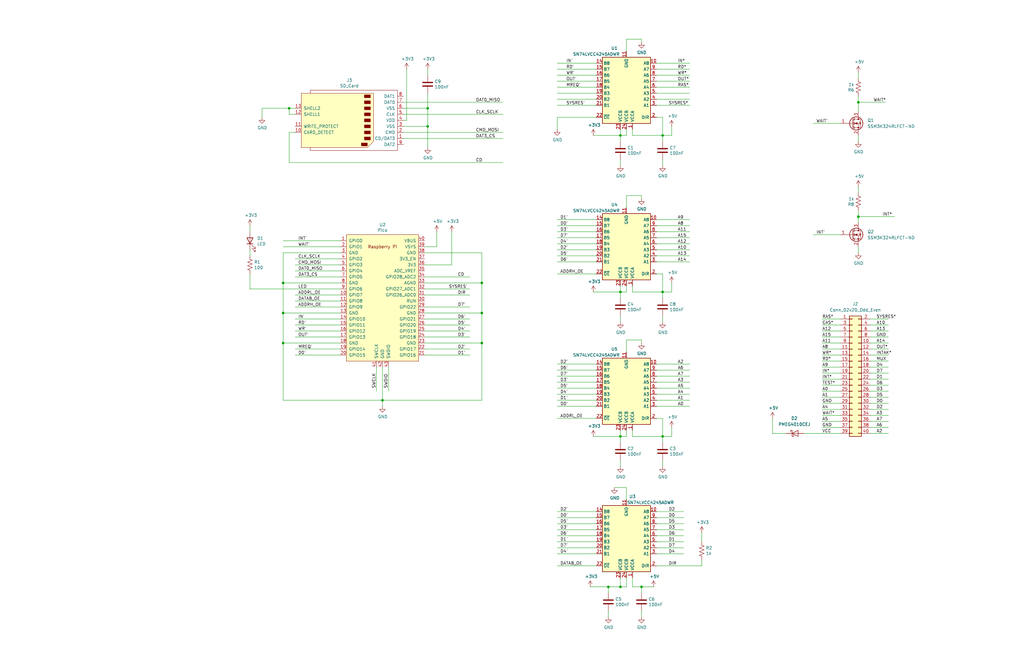
<source format=kicad_sch>
(kicad_sch (version 20250114) (generator "eeschema") (generator_version "9.0")
  (paper "B")
  (lib_symbols
    (symbol "Connector:SD_Card" (pin_names (offset 1.016))
      (property "Reference" "J" (at -16.51 13.97 0))
      (property "Value" "SD_Card" (at 15.24 -13.97 0))
      (symbol "SD_Card_1_1"
        (pin input line (at -22.86 10.16 0) (length 2.54) (name "DAT2") (number "9"))
        (pin input line (at -22.86 7.62 0) (length 2.54) (name "CD/DAT3") (number "1"))
        (pin input line (at -22.86 5.08 0) (length 2.54) (name "CMD") (number "2"))
        (pin power_in line (at -22.86 2.54 0) (length 2.54) (name "VSS") (number "3"))
        (pin power_in line (at -22.86 0 0) (length 2.54) (name "VDD") (number "4"))
        (pin input line (at -22.86 -2.54 0) (length 2.54) (name "CLK") (number "5"))
        (pin power_in line (at -22.86 -5.08 0) (length 2.54) (name "VSS") (number "6"))
        (pin input line (at -22.86 -7.62 0) (length 2.54) (name "DAT0") (number "7"))
        (pin input line (at -22.86 -10.16 0) (length 2.54) (name "DAT1") (number "8"))
        (pin input line (at 22.86 5.08 180) (length 2.54) (name "CARD_DETECT") (number "10"))
        (pin input line (at 22.86 2.54 180) (length 2.54) (name "WRITE_PROTECT") (number "11"))
        (pin input line (at 22.86 -2.54 180) (length 2.54) (name "SHELL1") (number "12"))
        (pin input line (at 22.86 -5.08 180) (length 2.54) (name "SHELL2") (number "13"))
      )
    )
    (symbol "Connector_Generic:Conn_02x20_Odd_Even" (pin_names (offset 1.016) (hide yes))
      (property "Reference" "J" (at 1.27 25.4 0))
      (property "Value" "Conn_02x20_Odd_Even" (at 1.27 -27.94 0))
      (symbol "Conn_02x20_Odd_Even_1_1"
        (pin passive line (at -5.08 22.86 0) (length 3.81) (name "Pin_1") (number "1"))
        (pin passive line (at -5.08 20.32 0) (length 3.81) (name "Pin_3") (number "3"))
        (pin passive line (at -5.08 17.78 0) (length 3.81) (name "Pin_5") (number "5"))
        (pin passive line (at -5.08 15.24 0) (length 3.81) (name "Pin_7") (number "7"))
        (pin passive line (at -5.08 12.7 0) (length 3.81) (name "Pin_9") (number "9"))
        (pin passive line (at -5.08 10.16 0) (length 3.81) (name "Pin_11") (number "11"))
        (pin passive line (at -5.08 7.62 0) (length 3.81) (name "Pin_13") (number "13"))
        (pin passive line (at -5.08 5.08 0) (length 3.81) (name "Pin_15") (number "15"))
        (pin passive line (at -5.08 2.54 0) (length 3.81) (name "Pin_17") (number "17"))
        (pin passive line (at -5.08 0 0) (length 3.81) (name "Pin_19") (number "19"))
        (pin passive line (at -5.08 -2.54 0) (length 3.81) (name "Pin_21") (number "21"))
        (pin passive line (at -5.08 -5.08 0) (length 3.81) (name "Pin_23") (number "23"))
        (pin passive line (at -5.08 -7.62 0) (length 3.81) (name "Pin_25") (number "25"))
        (pin passive line (at -5.08 -10.16 0) (length 3.81) (name "Pin_27") (number "27"))
        (pin passive line (at -5.08 -12.7 0) (length 3.81) (name "Pin_29") (number "29"))
        (pin passive line (at -5.08 -15.24 0) (length 3.81) (name "Pin_31") (number "31"))
        (pin passive line (at -5.08 -17.78 0) (length 3.81) (name "Pin_33") (number "33"))
        (pin passive line (at -5.08 -20.32 0) (length 3.81) (name "Pin_35") (number "35"))
        (pin passive line (at -5.08 -22.86 0) (length 3.81) (name "Pin_37") (number "37"))
        (pin passive line (at -5.08 -25.4 0) (length 3.81) (name "Pin_39") (number "39"))
        (pin passive line (at 7.62 22.86 180) (length 3.81) (name "Pin_2") (number "2"))
        (pin passive line (at 7.62 20.32 180) (length 3.81) (name "Pin_4") (number "4"))
        (pin passive line (at 7.62 17.78 180) (length 3.81) (name "Pin_6") (number "6"))
        (pin passive line (at 7.62 15.24 180) (length 3.81) (name "Pin_8") (number "8"))
        (pin passive line (at 7.62 12.7 180) (length 3.81) (name "Pin_10") (number "10"))
        (pin passive line (at 7.62 10.16 180) (length 3.81) (name "Pin_12") (number "12"))
        (pin passive line (at 7.62 7.62 180) (length 3.81) (name "Pin_14") (number "14"))
        (pin passive line (at 7.62 5.08 180) (length 3.81) (name "Pin_16") (number "16"))
        (pin passive line (at 7.62 2.54 180) (length 3.81) (name "Pin_18") (number "18"))
        (pin passive line (at 7.62 0 180) (length 3.81) (name "Pin_20") (number "20"))
        (pin passive line (at 7.62 -2.54 180) (length 3.81) (name "Pin_22") (number "22"))
        (pin passive line (at 7.62 -5.08 180) (length 3.81) (name "Pin_24") (number "24"))
        (pin passive line (at 7.62 -7.62 180) (length 3.81) (name "Pin_26") (number "26"))
        (pin passive line (at 7.62 -10.16 180) (length 3.81) (name "Pin_28") (number "28"))
        (pin passive line (at 7.62 -12.7 180) (length 3.81) (name "Pin_30") (number "30"))
        (pin passive line (at 7.62 -15.24 180) (length 3.81) (name "Pin_32") (number "32"))
        (pin passive line (at 7.62 -17.78 180) (length 3.81) (name "Pin_34") (number "34"))
        (pin passive line (at 7.62 -20.32 180) (length 3.81) (name "Pin_36") (number "36"))
        (pin passive line (at 7.62 -22.86 180) (length 3.81) (name "Pin_38") (number "38"))
        (pin passive line (at 7.62 -25.4 180) (length 3.81) (name "Pin_40") (number "40"))
      )
    )
    (symbol "Device:C" (pin_numbers (hide yes)) (pin_names (offset 0.254))
      (property "Reference" "C" (at 0.635 2.54 0))
      (property "Value" "C" (at 0.635 -2.54 0))
      (symbol "C_1_1"
        (pin passive line (at 0 3.81 270) (length 2.794) (name "~") (number "1"))
        (pin passive line (at 0 -3.81 90) (length 2.794) (name "~") (number "2"))
      )
    )
    (symbol "Device:LED" (pin_numbers (hide yes)) (pin_names (offset 1.016) (hide yes))
      (property "Reference" "D" (at 0 2.54 0))
      (property "Value" "LED" (at 0 -2.54 0))
      (symbol "LED_1_1"
        (pin passive line (at -3.81 0 0) (length 2.54) (name "K") (number "1"))
        (pin passive line (at 3.81 0 180) (length 2.54) (name "A") (number "2"))
      )
    )
    (symbol "Device:Q_NMOS_GSD" (pin_names (offset 0) (hide yes))
      (property "Reference" "Q" (at 5.08 1.27 0))
      (property "Value" "Q_NMOS_GSD" (at 5.08 -1.27 0))
      (symbol "Q_NMOS_GSD_1_1"
        (pin input line (at -5.08 0 0) (length 2.54) (name "G") (number "1"))
        (pin passive line (at 2.54 5.08 270) (length 2.54) (name "D") (number "3"))
        (pin passive line (at 2.54 -5.08 90) (length 2.54) (name "S") (number "2"))
      )
    )
    (symbol "Device:R_US" (pin_numbers (hide yes)) (pin_names (offset 0))
      (property "Reference" "R" (at 2.54 0 90))
      (property "Value" "R_US" (at -2.54 0 90))
      (symbol "R_US_1_1"
        (pin passive line (at 0 3.81 270) (length 1.27) (name "~") (number "1"))
        (pin passive line (at 0 -3.81 90) (length 1.27) (name "~") (number "2"))
      )
    )
    (symbol "Diode:PMEG4010CEJ" (pin_numbers (hide yes)) (pin_names (hide yes))
      (property "Reference" "D" (at 0 2.54 0))
      (property "Value" "PMEG4010CEJ" (at 0 -2.54 0))
      (symbol "PMEG4010CEJ_1_1"
        (pin passive line (at -3.81 0 0) (length 2.54) (name "K") (number "1"))
        (pin passive line (at 3.81 0 180) (length 2.54) (name "A") (number "2"))
      )
    )
    (symbol "Logic_LevelTranslator:SN74AVC8T245PW"
      (property "Reference" "U" (at -8.89 13.97 0))
      (property "Value" "SN74AVC8T245PW" (at 12.7 13.97 0))
      (symbol "SN74AVC8T245PW_1_1"
        (pin input line (at -12.7 10.16 0) (length 2.54) (name "DIR") (number "2"))
        (pin bidirectional line (at -12.7 5.08 0) (length 2.54) (name "A1") (number "3"))
        (pin bidirectional line (at -12.7 2.54 0) (length 2.54) (name "A2") (number "4"))
        (pin bidirectional line (at -12.7 0 0) (length 2.54) (name "A3") (number "5"))
        (pin bidirectional line (at -12.7 -2.54 0) (length 2.54) (name "A4") (number "6"))
        (pin bidirectional line (at -12.7 -5.08 0) (length 2.54) (name "A5") (number "7"))
        (pin bidirectional line (at -12.7 -7.62 0) (length 2.54) (name "A6") (number "8"))
        (pin bidirectional line (at -12.7 -10.16 0) (length 2.54) (name "A7") (number "9"))
        (pin bidirectional line (at -12.7 -12.7 0) (length 2.54) (name "A8") (number "10"))
        (pin power_in line (at -2.54 15.24 270) (length 2.54) (name "VCCA") (number "1"))
        (pin power_in line (at 0 15.24 270) (length 2.54) (name "VCCB") (number "24"))
        (pin power_in line (at 0 -17.78 90) (length 2.54) (name "GND") (number "11"))
        (pin passive line (at 0 -17.78 90) (length 2.54) (hide yes) (name "GND") (number "12"))
        (pin passive line (at 0 -17.78 90) (length 2.54) (hide yes) (name "GND") (number "13"))
        (pin power_in line (at 2.54 15.24 270) (length 2.54) (name "VCCB") (number "23"))
        (pin input line (at 12.7 10.16 180) (length 2.54) (name "~{OE}") (number "22"))
        (pin bidirectional line (at 12.7 5.08 180) (length 2.54) (name "B1") (number "21"))
        (pin bidirectional line (at 12.7 2.54 180) (length 2.54) (name "B2") (number "20"))
        (pin bidirectional line (at 12.7 0 180) (length 2.54) (name "B3") (number "19"))
        (pin bidirectional line (at 12.7 -2.54 180) (length 2.54) (name "B4") (number "18"))
        (pin bidirectional line (at 12.7 -5.08 180) (length 2.54) (name "B5") (number "17"))
        (pin bidirectional line (at 12.7 -7.62 180) (length 2.54) (name "B6") (number "16"))
        (pin bidirectional line (at 12.7 -10.16 180) (length 2.54) (name "B7") (number "15"))
        (pin bidirectional line (at 12.7 -12.7 180) (length 2.54) (name "B8") (number "14"))
      )
    )
    (symbol "MCU_PI_PICO:Pico" (pin_names (offset 1.016))
      (property "Reference" "U" (at -13.97 27.94 0))
      (property "Value" "Pico" (at 0 19.05 0))
      (symbol "Pico_0_0"
        (text "Raspberry Pi" (at 0 21.59 0) (effects (font (size 1.27 1.27))))
      )
      (symbol "Pico_1_1"
        (pin bidirectional line (at -17.78 24.13 0) (length 2.54) (name "GPIO0") (number "1"))
        (pin bidirectional line (at -17.78 21.59 0) (length 2.54) (name "GPIO1") (number "2"))
        (pin power_in line (at -17.78 19.05 0) (length 2.54) (name "GND") (number "3"))
        (pin bidirectional line (at -17.78 16.51 0) (length 2.54) (name "GPIO2") (number "4"))
        (pin bidirectional line (at -17.78 13.97 0) (length 2.54) (name "GPIO3") (number "5"))
        (pin bidirectional line (at -17.78 11.43 0) (length 2.54) (name "GPIO4") (number "6"))
        (pin bidirectional line (at -17.78 8.89 0) (length 2.54) (name "GPIO5") (number "7"))
        (pin power_in line (at -17.78 6.35 0) (length 2.54) (name "GND") (number "8"))
        (pin bidirectional line (at -17.78 3.81 0) (length 2.54) (name "GPIO6") (number "9"))
        (pin bidirectional line (at -17.78 1.27 0) (length 2.54) (name "GPIO7") (number "10"))
        (pin bidirectional line (at -17.78 -1.27 0) (length 2.54) (name "GPIO8") (number "11"))
        (pin bidirectional line (at -17.78 -3.81 0) (length 2.54) (name "GPIO9") (number "12"))
        (pin power_in line (at -17.78 -6.35 0) (length 2.54) (name "GND") (number "13"))
        (pin bidirectional line (at -17.78 -8.89 0) (length 2.54) (name "GPIO10") (number "14"))
        (pin bidirectional line (at -17.78 -11.43 0) (length 2.54) (name "GPIO11") (number "15"))
        (pin bidirectional line (at -17.78 -13.97 0) (length 2.54) (name "GPIO12") (number "16"))
        (pin bidirectional line (at -17.78 -16.51 0) (length 2.54) (name "GPIO13") (number "17"))
        (pin power_in line (at -17.78 -19.05 0) (length 2.54) (name "GND") (number "18"))
        (pin bidirectional line (at -17.78 -21.59 0) (length 2.54) (name "GPIO14") (number "19"))
        (pin bidirectional line (at -17.78 -24.13 0) (length 2.54) (name "GPIO15") (number "20"))
        (pin input line (at -2.54 -29.21 90) (length 2.54) (name "SWCLK") (number "41"))
        (pin power_in line (at 0 -29.21 90) (length 2.54) (name "GND") (number "42"))
        (pin bidirectional line (at 2.54 -29.21 90) (length 2.54) (name "SWDIO") (number "43"))
        (pin unspecified line (at 17.78 24.13 180) (length 2.54) (name "VBUS") (number "40"))
        (pin unspecified line (at 17.78 21.59 180) (length 2.54) (name "VSYS") (number "39"))
        (pin bidirectional line (at 17.78 19.05 180) (length 2.54) (name "GND") (number "38"))
        (pin input line (at 17.78 16.51 180) (length 2.54) (name "3V3_EN") (number "37"))
        (pin unspecified line (at 17.78 13.97 180) (length 2.54) (name "3V3") (number "36"))
        (pin unspecified line (at 17.78 11.43 180) (length 2.54) (name "ADC_VREF") (number "35"))
        (pin bidirectional line (at 17.78 8.89 180) (length 2.54) (name "GPIO28_ADC2") (number "34"))
        (pin power_in line (at 17.78 6.35 180) (length 2.54) (name "AGND") (number "33"))
        (pin bidirectional line (at 17.78 3.81 180) (length 2.54) (name "GPIO27_ADC1") (number "32"))
        (pin bidirectional line (at 17.78 1.27 180) (length 2.54) (name "GPIO26_ADC0") (number "31"))
        (pin input line (at 17.78 -1.27 180) (length 2.54) (name "RUN") (number "30"))
        (pin bidirectional line (at 17.78 -3.81 180) (length 2.54) (name "GPIO22") (number "29"))
        (pin power_in line (at 17.78 -6.35 180) (length 2.54) (name "GND") (number "28"))
        (pin bidirectional line (at 17.78 -8.89 180) (length 2.54) (name "GPIO21") (number "27"))
        (pin bidirectional line (at 17.78 -11.43 180) (length 2.54) (name "GPIO20") (number "26"))
        (pin bidirectional line (at 17.78 -13.97 180) (length 2.54) (name "GPIO19") (number "25"))
        (pin bidirectional line (at 17.78 -16.51 180) (length 2.54) (name "GPIO18") (number "24"))
        (pin power_in line (at 17.78 -19.05 180) (length 2.54) (name "GND") (number "23"))
        (pin bidirectional line (at 17.78 -21.59 180) (length 2.54) (name "GPIO17") (number "22"))
        (pin bidirectional line (at 17.78 -24.13 180) (length 2.54) (name "GPIO16") (number "21"))
      )
    )
    (symbol "power:+3.3V" (power) (pin_names (offset 0))
      (property "Value" "+3.3V" (at 0 3.556 0))
      (symbol "+3.3V_1_1"
        (pin power_in line (at 0 0 90) (length 0) (hide yes) (name "+3V3") (number "1"))
      )
    )
    (symbol "power:+5V" (power) (pin_names (offset 0))
      (property "Value" "+5V" (at 0 3.556 0))
      (symbol "+5V_1_1"
        (pin power_in line (at 0 0 90) (length 0) (hide yes) (name "+5V") (number "1"))
      )
    )
    (symbol "power:GND" (power) (pin_names (offset 0))
      (property "Value" "GND" (at 0 -3.81 0))
      (symbol "GND_1_1"
        (pin power_in line (at 0 0 270) (length 0) (hide yes) (name "GND") (number "1"))
      )
    )
  )
  (junction (at 261.62 247.65))
  (junction (at 180.34 53.34))
  (junction (at 279.4 184.15))
  (junction (at 279.4 123.19))
  (junction (at 279.4 57.15))
  (junction (at 261.62 123.19))
  (junction (at 261.62 57.15))
  (junction (at 261.62 184.15))
  (junction (at 361.95 91.44))
  (junction (at 203.2 132.08))
  (junction (at 256.54 247.65))
  (junction (at 203.2 119.38))
  (junction (at 361.95 43.18))
  (junction (at 119.38 132.08))
  (junction (at 161.29 168.91))
  (junction (at 119.38 119.38))
  (junction (at 121.92 45.72))
  (junction (at 119.38 144.78))
  (junction (at 180.34 45.72))
  (junction (at 270.51 247.65))
  (junction (at 203.2 144.78))
  (wire (pts (xy 261.62 54.61) (xy 261.62 57.15)))
  (wire (pts (xy 270.51 260.35) (xy 270.51 257.81)))
  (wire (pts (xy 276.86 171.45) (xy 290.83 171.45)))
  (wire (pts (xy 124.46 55.88) (xy 121.92 55.88)))
  (wire (pts (xy 279.4 69.85) (xy 279.4 67.31)))
  (wire (pts (xy 367.03 182.88) (xy 374.65 182.88)))
  (wire (pts (xy 276.86 158.75) (xy 290.83 158.75)))
  (wire (pts (xy 180.34 45.72) (xy 180.34 53.34)))
  (wire (pts (xy 279.4 176.53) (xy 279.4 184.15)))
  (wire (pts (xy 276.86 107.95) (xy 290.83 107.95)))
  (wire (pts (xy 346.71 139.7) (xy 354.33 139.7)))
  (wire (pts (xy 179.07 119.38) (xy 203.2 119.38)))
  (wire (pts (xy 367.03 167.64) (xy 374.65 167.64)))
  (wire (pts (xy 251.46 36.83) (xy 234.95 36.83)))
  (wire (pts (xy 346.71 149.86) (xy 354.33 149.86)))
  (wire (pts (xy 105.41 97.79) (xy 105.41 95.25)))
  (wire (pts (xy 234.95 95.25) (xy 251.46 95.25)))
  (wire (pts (xy 276.86 26.67) (xy 290.83 26.67)))
  (wire (pts (xy 203.2 144.78) (xy 203.2 168.91)))
  (wire (pts (xy 276.86 105.41) (xy 290.83 105.41)))
  (wire (pts (xy 250.19 123.19) (xy 261.62 123.19)))
  (wire (pts (xy 143.51 127) (xy 124.46 127)))
  (wire (pts (xy 143.51 137.16) (xy 124.46 137.16)))
  (wire (pts (xy 361.95 91.44) (xy 377.19 91.44)))
  (wire (pts (xy 234.95 34.29) (xy 251.46 34.29)))
  (wire (pts (xy 276.86 163.83) (xy 290.83 163.83)))
  (wire (pts (xy 276.86 41.91) (xy 290.83 41.91)))
  (wire (pts (xy 279.4 135.89) (xy 279.4 133.35)))
  (wire (pts (xy 361.95 59.69) (xy 361.95 57.15)))
  (wire (pts (xy 119.38 119.38) (xy 143.51 119.38)))
  (wire (pts (xy 234.95 44.45) (xy 251.46 44.45)))
  (wire (pts (xy 367.03 147.32) (xy 374.65 147.32)))
  (wire (pts (xy 288.29 223.52) (xy 276.86 223.52)))
  (wire (pts (xy 361.95 93.98) (xy 361.95 91.44)))
  (wire (pts (xy 105.41 115.57) (xy 105.41 121.92)))
  (wire (pts (xy 179.07 149.86) (xy 198.12 149.86)))
  (wire (pts (xy 295.91 224.79) (xy 295.91 228.6)))
  (wire (pts (xy 256.54 250.19) (xy 256.54 247.65)))
  (wire (pts (xy 179.07 111.76) (xy 190.5 111.76)))
  (wire (pts (xy 276.86 168.91) (xy 290.83 168.91)))
  (wire (pts (xy 270.51 17.78) (xy 270.51 16.51)))
  (wire (pts (xy 234.95 105.41) (xy 251.46 105.41)))
  (wire (pts (xy 251.46 163.83) (xy 234.95 163.83)))
  (wire (pts (xy 143.51 111.76) (xy 124.46 111.76)))
  (wire (pts (xy 346.71 144.78) (xy 354.33 144.78)))
  (wire (pts (xy 251.46 220.98) (xy 234.95 220.98)))
  (wire (pts (xy 163.83 154.94) (xy 163.83 165.1)))
  (wire (pts (xy 276.86 156.21) (xy 290.83 156.21)))
  (wire (pts (xy 264.16 123.19) (xy 264.16 120.65)))
  (wire (pts (xy 367.03 134.62) (xy 374.65 134.62)))
  (wire (pts (xy 346.71 177.8) (xy 354.33 177.8)))
  (wire (pts (xy 161.29 168.91) (xy 203.2 168.91)))
  (wire (pts (xy 180.34 29.21) (xy 180.34 31.75)))
  (wire (pts (xy 203.2 119.38) (xy 203.2 132.08)))
  (wire (pts (xy 367.03 144.78) (xy 374.65 144.78)))
  (wire (pts (xy 179.07 147.32) (xy 198.12 147.32)))
  (wire (pts (xy 180.34 39.37) (xy 180.34 45.72)))
  (wire (pts (xy 250.19 57.15) (xy 261.62 57.15)))
  (wire (pts (xy 279.4 123.19) (xy 283.21 123.19)))
  (wire (pts (xy 346.71 175.26) (xy 354.33 175.26)))
  (wire (pts (xy 179.07 134.62) (xy 198.12 134.62)))
  (wire (pts (xy 234.95 153.67) (xy 251.46 153.67)))
  (wire (pts (xy 119.38 144.78) (xy 119.38 168.91)))
  (wire (pts (xy 346.71 180.34) (xy 354.33 180.34)))
  (wire (pts (xy 119.38 106.68) (xy 119.38 119.38)))
  (wire (pts (xy 276.86 102.87) (xy 290.83 102.87)))
  (wire (pts (xy 367.03 165.1) (xy 374.65 165.1)))
  (wire (pts (xy 346.71 165.1) (xy 354.33 165.1)))
  (wire (pts (xy 158.75 154.94) (xy 158.75 165.1)))
  (wire (pts (xy 179.07 137.16) (xy 198.12 137.16)))
  (wire (pts (xy 276.86 34.29) (xy 290.83 34.29)))
  (wire (pts (xy 143.51 142.24) (xy 124.46 142.24)))
  (wire (pts (xy 264.16 87.63) (xy 264.16 82.55)))
  (wire (pts (xy 270.51 144.78) (xy 270.51 143.51)))
  (wire (pts (xy 190.5 97.79) (xy 190.5 111.76)))
  (wire (pts (xy 276.86 97.79) (xy 290.83 97.79)))
  (wire (pts (xy 261.62 243.84) (xy 261.62 247.65)))
  (wire (pts (xy 367.03 170.18) (xy 374.65 170.18)))
  (wire (pts (xy 161.29 168.91) (xy 161.29 171.45)))
  (wire (pts (xy 180.34 53.34) (xy 170.18 53.34)))
  (wire (pts (xy 251.46 41.91) (xy 234.95 41.91)))
  (wire (pts (xy 179.07 144.78) (xy 203.2 144.78)))
  (wire (pts (xy 266.7 184.15) (xy 279.4 184.15)))
  (wire (pts (xy 346.71 170.18) (xy 354.33 170.18)))
  (wire (pts (xy 288.29 228.6) (xy 276.86 228.6)))
  (wire (pts (xy 143.51 116.84) (xy 124.46 116.84)))
  (wire (pts (xy 346.71 154.94) (xy 354.33 154.94)))
  (wire (pts (xy 264.16 148.59) (xy 264.16 143.51)))
  (wire (pts (xy 119.38 104.14) (xy 143.51 104.14)))
  (wire (pts (xy 266.7 181.61) (xy 266.7 184.15)))
  (wire (pts (xy 361.95 46.99) (xy 361.95 43.18)))
  (wire (pts (xy 124.46 45.72) (xy 121.92 45.72)))
  (wire (pts (xy 361.95 106.68) (xy 361.95 104.14)))
  (wire (pts (xy 270.51 83.82) (xy 270.51 82.55)))
  (wire (pts (xy 279.4 57.15) (xy 283.21 57.15)))
  (wire (pts (xy 276.86 92.71) (xy 290.83 92.71)))
  (wire (pts (xy 105.41 121.92) (xy 143.51 121.92)))
  (wire (pts (xy 251.46 92.71) (xy 234.95 92.71)))
  (wire (pts (xy 346.71 152.4) (xy 354.33 152.4)))
  (wire (pts (xy 339.09 182.88) (xy 354.33 182.88)))
  (wire (pts (xy 121.92 68.58) (xy 212.09 68.58)))
  (wire (pts (xy 266.7 120.65) (xy 266.7 123.19)))
  (wire (pts (xy 367.03 162.56) (xy 374.65 162.56)))
  (wire (pts (xy 143.51 129.54) (xy 124.46 129.54)))
  (wire (pts (xy 367.03 172.72) (xy 374.65 172.72)))
  (wire (pts (xy 143.51 134.62) (xy 124.46 134.62)))
  (wire (pts (xy 276.86 238.76) (xy 295.91 238.76)))
  (wire (pts (xy 346.71 157.48) (xy 354.33 157.48)))
  (wire (pts (xy 276.86 39.37) (xy 290.83 39.37)))
  (wire (pts (xy 170.18 48.26) (xy 212.09 48.26)))
  (wire (pts (xy 367.03 142.24) (xy 374.65 142.24)))
  (wire (pts (xy 234.95 215.9) (xy 251.46 215.9)))
  (wire (pts (xy 184.15 97.79) (xy 184.15 104.14)))
  (wire (pts (xy 259.08 205.74) (xy 264.16 205.74)))
  (wire (pts (xy 367.03 139.7) (xy 374.65 139.7)))
  (wire (pts (xy 179.07 139.7) (xy 198.12 139.7)))
  (wire (pts (xy 270.51 143.51) (xy 264.16 143.51)))
  (wire (pts (xy 276.86 31.75) (xy 290.83 31.75)))
  (wire (pts (xy 251.46 161.29) (xy 234.95 161.29)))
  (wire (pts (xy 266.7 57.15) (xy 279.4 57.15)))
  (wire (pts (xy 346.71 137.16) (xy 354.33 137.16)))
  (wire (pts (xy 121.92 48.26) (xy 121.92 45.72)))
  (wire (pts (xy 346.71 160.02) (xy 354.33 160.02)))
  (wire (pts (xy 276.86 218.44) (xy 288.29 218.44)))
  (wire (pts (xy 342.9 52.07) (xy 354.33 52.07)))
  (wire (pts (xy 361.95 40.64) (xy 361.95 43.18)))
  (wire (pts (xy 331.47 182.88) (xy 325.755 182.88)))
  (wire (pts (xy 276.86 233.68) (xy 288.29 233.68)))
  (wire (pts (xy 270.51 82.55) (xy 264.16 82.55)))
  (wire (pts (xy 361.95 88.9) (xy 361.95 91.44)))
  (wire (pts (xy 119.38 168.91) (xy 161.29 168.91)))
  (wire (pts (xy 119.38 132.08) (xy 143.51 132.08)))
  (wire (pts (xy 251.46 223.52) (xy 234.95 223.52)))
  (wire (pts (xy 256.54 260.35) (xy 256.54 257.81)))
  (wire (pts (xy 361.95 30.48) (xy 361.95 33.02)))
  (wire (pts (xy 203.2 106.68) (xy 203.2 119.38)))
  (wire (pts (xy 161.29 154.94) (xy 161.29 168.91)))
  (wire (pts (xy 143.51 109.22) (xy 124.46 109.22)))
  (wire (pts (xy 367.03 154.94) (xy 374.65 154.94)))
  (wire (pts (xy 248.92 247.65) (xy 256.54 247.65)))
  (wire (pts (xy 276.86 226.06) (xy 288.29 226.06)))
  (wire (pts (xy 270.51 247.65) (xy 275.59 247.65)))
  (wire (pts (xy 367.03 152.4) (xy 374.65 152.4)))
  (wire (pts (xy 121.92 55.88) (xy 121.92 68.58)))
  (wire (pts (xy 270.51 250.19) (xy 270.51 247.65)))
  (wire (pts (xy 270.51 16.51) (xy 264.16 16.51)))
  (wire (pts (xy 121.92 45.72) (xy 110.49 45.72)))
  (wire (pts (xy 234.95 158.75) (xy 251.46 158.75)))
  (wire (pts (xy 234.95 218.44) (xy 251.46 218.44)))
  (wire (pts (xy 276.86 36.83) (xy 290.83 36.83)))
  (wire (pts (xy 170.18 43.18) (xy 212.09 43.18)))
  (wire (pts (xy 261.62 125.73) (xy 261.62 123.19)))
  (wire (pts (xy 234.95 238.76) (xy 251.46 238.76)))
  (wire (pts (xy 234.95 231.14) (xy 251.46 231.14)))
  (wire (pts (xy 264.16 21.59) (xy 264.16 16.51)))
  (wire (pts (xy 283.21 180.34) (xy 283.21 184.15)))
  (wire (pts (xy 276.86 49.53) (xy 279.4 49.53)))
  (wire (pts (xy 283.21 119.38) (xy 283.21 123.19)))
  (wire (pts (xy 234.95 102.87) (xy 251.46 102.87)))
  (wire (pts (xy 279.4 49.53) (xy 279.4 57.15)))
  (wire (pts (xy 234.95 166.37) (xy 251.46 166.37)))
  (wire (pts (xy 264.16 247.65) (xy 264.16 243.84)))
  (wire (pts (xy 119.38 132.08) (xy 119.38 144.78)))
  (wire (pts (xy 266.7 243.84) (xy 266.7 247.65)))
  (wire (pts (xy 264.16 184.15) (xy 264.16 181.61)))
  (wire (pts (xy 251.46 156.21) (xy 234.95 156.21)))
  (wire (pts (xy 119.38 119.38) (xy 119.38 132.08)))
  (wire (pts (xy 234.95 171.45) (xy 251.46 171.45)))
  (wire (pts (xy 261.62 57.15) (xy 264.16 57.15)))
  (wire (pts (xy 234.95 49.53) (xy 251.46 49.53)))
  (wire (pts (xy 261.62 69.85) (xy 261.62 67.31)))
  (wire (pts (xy 276.86 100.33) (xy 290.83 100.33)))
  (wire (pts (xy 283.21 53.34) (xy 283.21 57.15)))
  (wire (pts (xy 361.95 43.18) (xy 373.38 43.18)))
  (wire (pts (xy 261.62 120.65) (xy 261.62 123.19)))
  (wire (pts (xy 346.71 147.32) (xy 354.33 147.32)))
  (wire (pts (xy 251.46 110.49) (xy 234.95 110.49)))
  (wire (pts (xy 143.51 147.32) (xy 124.46 147.32)))
  (wire (pts (xy 179.07 121.92) (xy 198.12 121.92)))
  (wire (pts (xy 251.46 226.06) (xy 234.95 226.06)))
  (wire (pts (xy 251.46 29.21) (xy 234.95 29.21)))
  (wire (pts (xy 179.07 106.68) (xy 203.2 106.68)))
  (wire (pts (xy 250.19 184.15) (xy 261.62 184.15)))
  (wire (pts (xy 261.62 59.69) (xy 261.62 57.15)))
  (wire (pts (xy 179.07 132.08) (xy 203.2 132.08)))
  (wire (pts (xy 170.18 58.42) (xy 212.09 58.42)))
  (wire (pts (xy 276.86 176.53) (xy 279.4 176.53)))
  (wire (pts (xy 261.62 181.61) (xy 261.62 184.15)))
  (wire (pts (xy 346.71 142.24) (xy 354.33 142.24)))
  (wire (pts (xy 143.51 101.6) (xy 119.38 101.6)))
  (wire (pts (xy 346.71 134.62) (xy 354.33 134.62)))
  (wire (pts (xy 251.46 107.95) (xy 234.95 107.95)))
  (wire (pts (xy 346.71 172.72) (xy 354.33 172.72)))
  (wire (pts (xy 288.29 220.98) (xy 276.86 220.98)))
  (wire (pts (xy 251.46 97.79) (xy 234.95 97.79)))
  (wire (pts (xy 234.95 49.53) (xy 234.95 54.61)))
  (wire (pts (xy 367.03 177.8) (xy 374.65 177.8)))
  (wire (pts (xy 367.03 137.16) (xy 374.65 137.16)))
  (wire (pts (xy 234.95 26.67) (xy 251.46 26.67)))
  (wire (pts (xy 346.71 162.56) (xy 354.33 162.56)))
  (wire (pts (xy 276.86 153.67) (xy 290.83 153.67)))
  (wire (pts (xy 143.51 139.7) (xy 124.46 139.7)))
  (wire (pts (xy 295.91 236.22) (xy 295.91 238.76)))
  (wire (pts (xy 234.95 39.37) (xy 251.46 39.37)))
  (wire (pts (xy 251.46 31.75) (xy 234.95 31.75)))
  (wire (pts (xy 179.07 104.14) (xy 184.15 104.14)))
  (wire (pts (xy 234.95 233.68) (xy 251.46 233.68)))
  (wire (pts (xy 342.9 99.06) (xy 354.33 99.06)))
  (wire (pts (xy 276.86 161.29) (xy 290.83 161.29)))
  (wire (pts (xy 234.95 176.53) (xy 251.46 176.53)))
  (wire (pts (xy 276.86 110.49) (xy 290.83 110.49)))
  (wire (pts (xy 367.03 180.34) (xy 374.65 180.34)))
  (wire (pts (xy 179.07 116.84) (xy 198.12 116.84)))
  (wire (pts (xy 288.29 231.14) (xy 276.86 231.14)))
  (wire (pts (xy 170.18 55.88) (xy 212.09 55.88)))
  (wire (pts (xy 261.62 247.65) (xy 264.16 247.65)))
  (wire (pts (xy 367.03 157.48) (xy 374.65 157.48)))
  (wire (pts (xy 361.95 78.74) (xy 361.95 81.28)))
  (wire (pts (xy 119.38 106.68) (xy 143.51 106.68)))
  (wire (pts (xy 170.18 45.72) (xy 180.34 45.72)))
  (wire (pts (xy 279.4 186.69) (xy 279.4 184.15)))
  (wire (pts (xy 234.95 115.57) (xy 251.46 115.57)))
  (wire (pts (xy 143.51 124.46) (xy 124.46 124.46)))
  (wire (pts (xy 261.62 184.15) (xy 264.16 184.15)))
  (wire (pts (xy 180.34 53.34) (xy 180.34 62.23)))
  (wire (pts (xy 105.41 107.95) (xy 105.41 105.41)))
  (wire (pts (xy 367.03 149.86) (xy 374.65 149.86)))
  (wire (pts (xy 266.7 54.61) (xy 266.7 57.15)))
  (wire (pts (xy 276.86 29.21) (xy 290.83 29.21)))
  (wire (pts (xy 124.46 48.26) (xy 121.92 48.26)))
  (wire (pts (xy 279.4 184.15) (xy 283.21 184.15)))
  (wire (pts (xy 261.62 196.85) (xy 261.62 194.31)))
  (wire (pts (xy 276.86 115.57) (xy 279.4 115.57)))
  (wire (pts (xy 279.4 115.57) (xy 279.4 123.19)))
  (wire (pts (xy 266.7 123.19) (xy 279.4 123.19)))
  (wire (pts (xy 110.49 45.72) (xy 110.49 49.53)))
  (wire (pts (xy 203.2 132.08) (xy 203.2 144.78)))
  (wire (pts (xy 367.03 160.02) (xy 374.65 160.02)))
  (wire (pts (xy 143.51 114.3) (xy 124.46 114.3)))
  (wire (pts (xy 251.46 168.91) (xy 234.95 168.91)))
  (wire (pts (xy 170.18 50.8) (xy 171.45 50.8)))
  (wire (pts (xy 171.45 50.8) (xy 171.45 29.21)))
  (wire (pts (xy 276.86 215.9) (xy 288.29 215.9)))
  (wire (pts (xy 276.86 44.45) (xy 290.83 44.45)))
  (wire (pts (xy 261.62 135.89) (xy 261.62 133.35)))
  (wire (pts (xy 264.16 205.74) (xy 264.16 210.82)))
  (wire (pts (xy 261.62 123.19) (xy 264.16 123.19)))
  (wire (pts (xy 276.86 166.37) (xy 290.83 166.37)))
  (wire (pts (xy 251.46 228.6) (xy 234.95 228.6)))
  (wire (pts (xy 256.54 247.65) (xy 261.62 247.65)))
  (wire (pts (xy 325.755 182.88) (xy 325.755 176.53)))
  (wire (pts (xy 234.95 100.33) (xy 251.46 100.33)))
  (wire (pts (xy 266.7 247.65) (xy 270.51 247.65)))
  (wire (pts (xy 179.07 142.24) (xy 198.12 142.24)))
  (wire (pts (xy 124.46 149.86) (xy 143.51 149.86)))
  (wire (pts (xy 119.38 144.78) (xy 143.51 144.78)))
  (wire (pts (xy 367.03 175.26) (xy 374.65 175.26)))
  (wire (pts (xy 198.12 124.46) (xy 179.07 124.46)))
  (wire (pts (xy 264.16 57.15) (xy 264.16 54.61)))
  (wire (pts (xy 279.4 196.85) (xy 279.4 194.31)))
  (wire (pts (xy 279.4 59.69) (xy 279.4 57.15)))
  (wire (pts (xy 261.62 186.69) (xy 261.62 184.15)))
  (wire (pts (xy 179.07 129.54) (xy 198.12 129.54)))
  (wire (pts (xy 346.71 167.64) (xy 354.33 167.64)))
  (wire (pts (xy 279.4 125.73) (xy 279.4 123.19)))
  (wire (pts (xy 276.86 95.25) (xy 290.83 95.25)))
  (label "D6" (at 369.57 162.56 0))
  (label "D5'" (at 193.04 137.16 0))
  (label "D0" (at 369.57 170.18 0))
  (label "A0" (at 285.75 171.45 0))
  (label "WR'" (at 125.73 139.7 0))
  (label "D6'" (at 236.22 156.21 0))
  (label "RAS*" (at 285.75 36.83 0))
  (label "DIR" (at 281.94 238.76 0))
  (label "A7" (at 285.75 158.75 0))
  (label "D6'" (at 193.04 134.62 0))
  (label "D7'" (at 236.22 231.14 0))
  (label "MREQ'" (at 125.73 147.32 0))
  (label "D1'" (at 236.22 228.6 0))
  (label "GND" (at 346.71 180.34 0))
  (label "D2'" (at 193.04 147.32 0))
  (label "GND" (at 369.57 142.24 0))
  (label "D6'" (at 236.22 110.49 0))
  (label "D5'" (at 236.22 220.98 0))
  (label "D6'" (at 236.22 226.06 0))
  (label "D7'" (at 236.22 100.33 0))
  (label "VCC" (at 346.71 182.88 0))
  (label "D1" (at 281.94 228.6 0))
  (label "D5'" (at 236.22 107.95 0))
  (label "D7" (at 281.94 231.14 0))
  (label "CLK_SCLK" (at 125.73 109.22 0))
  (label "D6" (at 281.94 226.06 0))
  (label "RD*" (at 346.71 152.4 0))
  (label "A6" (at 285.75 156.21 0))
  (label "A14" (at 285.75 110.49 0))
  (label "D4'" (at 236.22 166.37 0))
  (label "A2" (at 369.57 182.88 0))
  (label "D5'" (at 236.22 163.83 0))
  (label "INT*" (at 372.11 91.44 0))
  (label "ADDRL_OE" (at 236.22 176.53 0))
  (label "D4'" (at 236.22 233.68 0))
  (label "WAIT*" (at 368.3 43.18 0))
  (label "D1" (at 369.57 160.02 0))
  (label "D4" (at 281.94 233.68 0))
  (label "D2'" (at 236.22 153.67 0))
  (label "A15" (at 285.75 100.33 0))
  (label "OUT*" (at 285.75 34.29 0))
  (label "ADDRH_OE" (at 125.73 129.54 0))
  (label "CMD_MOSI" (at 125.73 111.76 0))
  (label "DAT0_MISO" (at 125.73 114.3 0))
  (label "A15" (at 346.71 142.24 0))
  (label "A11" (at 346.71 144.78 0))
  (label "A6" (at 369.57 180.34 0))
  (label "D7" (at 369.57 157.48 0))
  (label "DATAB_OE" (at 125.73 127 0))
  (label "CLK_SCLK" (at 200.66 48.26 0))
  (label "A14" (at 369.57 144.78 0))
  (label "A11" (at 285.75 97.79 0))
  (label "INT'" (at 125.73 101.6 0))
  (label "CMD_MOSI" (at 200.66 55.88 0))
  (label "D7'" (at 193.04 129.54 0))
  (label "WAIT'" (at 125.73 104.14 0))
  (label "D3" (at 281.94 223.52 0))
  (label "A13" (at 369.57 139.7 0))
  (label "A9" (at 285.75 92.71 0))
  (label "A5" (at 285.75 163.83 0))
  (label "D3'" (at 236.22 97.79 0))
  (label "D2" (at 281.94 215.9 0))
  (label "MREQ'" (at 238.76 36.83 0))
  (label "WR'" (at 238.76 31.75 0))
  (label "D2'" (at 236.22 105.41 0))
  (label "A12" (at 346.71 139.7 0))
  (label "D3'" (at 193.04 142.24 0))
  (label "A10" (at 369.57 137.16 0))
  (label "A5" (at 346.71 177.8 0))
  (label "MUX" (at 369.57 152.4 0))
  (label "D2'" (at 236.22 215.9 0))
  (label "LED" (at 125.73 121.92 0))
  (label "A7" (at 369.57 177.8 0))
  (label "D4'" (at 193.04 139.7 0))
  (label "OUT'" (at 125.73 142.24 0))
  (label "INT'" (at 344.17 99.06 0))
  (label "A4" (at 285.75 166.37 0))
  (label "D5" (at 369.57 167.64 0))
  (label "IN'" (at 125.73 134.62 0))
  (label "D1'" (at 236.22 168.91 0))
  (label "DIR" (at 193.04 124.46 0))
  (label "WAIT*" (at 346.71 175.26 0))
  (label "SYSRES*" (at 369.57 134.62 0))
  (label "CD" (at 193.04 116.84 0))
  (label "CD" (at 200.66 68.58 0))
  (label "INT*" (at 346.71 160.02 0))
  (label "A3" (at 369.57 175.26 0))
  (label "RD'" (at 125.73 137.16 0))
  (label "WR*" (at 285.75 31.75 0))
  (label "GND" (at 346.71 170.18 0))
  (label "A9" (at 346.71 154.94 0))
  (label "D1'" (at 193.04 149.86 0))
  (label "A3" (at 285.75 161.29 0))
  (label "D0'" (at 236.22 171.45 0))
  (label "D0" (at 281.94 218.44 0))
  (label "IN'" (at 238.76 26.67 0))
  (label "OUT'" (at 238.76 34.29 0))
  (label "D2" (at 369.57 172.72 0))
  (label "D4'" (at 236.22 102.87 0))
  (label "OUT*" (at 369.57 147.32 0))
  (label "D3" (at 369.57 165.1 0))
  (label "D0'" (at 236.22 218.44 0))
  (label "DAT3_CS" (at 200.66 58.42 0))
  (label "WR*" (at 346.71 149.86 0))
  (label "A13" (at 285.75 107.95 0))
  (label "D5" (at 281.94 220.98 0))
  (label "DAT3_CS" (at 125.73 116.84 0))
  (label "CAS*" (at 346.71 137.16 0))
  (label "A1" (at 285.75 168.91 0))
  (label "RD*" (at 285.75 29.21 0))
  (label "A4" (at 346.71 172.72 0))
  (label "SYSRES'" (at 189.23 121.92 0))
  (label "A8" (at 346.71 147.32 0))
  (label "SYSRES*" (at 281.94 44.45 0))
  (label "IN*" (at 285.75 26.67 0))
  (label "A0" (at 346.71 165.1 0))
  (label "SWCLK" (at 158.75 163.83 90))
  (label "D0'" (at 125.73 149.86 0))
  (label "ADDRH_OE" (at 236.22 115.57 0))
  (label "SYSRES'" (at 238.76 44.45 0))
  (label "D1'" (at 236.22 92.71 0))
  (label "D4" (at 369.57 154.94 0))
  (label "A12" (at 285.75 102.87 0))
  (label "D7'" (at 236.22 158.75 0))
  (label "D3'" (at 236.22 223.52 0))
  (label "A1" (at 346.71 167.64 0))
  (label "D0'" (at 236.22 95.25 0))
  (label "RD'" (at 238.76 29.21 0))
  (label "A10" (at 285.75 105.41 0))
  (label "DAT0_MISO" (at 200.66 43.18 0))
  (label "A8" (at 285.75 95.25 0))
  (label "TEST*" (at 346.71 162.56 0))
  (label "RAS*" (at 346.71 134.62 0))
  (label "A2" (at 285.75 153.67 0))
  (label "WAIT'" (at 344.17 52.07 0))
  (label "D3'" (at 236.22 161.29 0))
  (label "DATAB_OE" (at 236.22 238.76 0))
  (label "SWDIO" (at 163.83 163.83 90))
  (label "INTAK*" (at 369.57 149.86 0))
  (label "ADDRL_OE" (at 125.73 124.46 0))
  (label "IN*" (at 346.71 157.48 0))
  (symbol (lib_id "power:GND") (at 361.95 106.68 0) (unit 1)
    (property "Reference" "#PWR0123" (effects (hide yes)))
    (property "Value" "GND" (at 362.077 111.0742 0))
  )
  (symbol (lib_id "power:+3.3V") (at 248.92 247.65 0) (unit 1)
    (property "Reference" "#PWR0129" (effects (hide yes)))
    (property "Value" "+3V3" (at 249.301 243.2558 0))
  )
  (symbol (lib_id "power:+3.3V") (at 250.19 184.15 0) (unit 1)
    (property "Reference" "#PWR0130" (effects (hide yes)))
    (property "Value" "+3V3" (at 250.571 179.7558 0))
  )
  (symbol (lib_id "power:+3.3V") (at 171.45 29.21 0) (unit 1)
    (property "Reference" "#PWR0137" (effects (hide yes)))
    (property "Value" "+3V3" (at 171.831 24.8158 0))
  )
  (symbol (lib_id "Logic_LevelTranslator:SN74AVC8T245PW") (at 264.16 228.6 180) (unit 1)
    (property "Reference" "U3" (at 266.7 209.55 0))
    (property "Value" "SN74LVCC4245ADWR" (at 274.32 212.09 0))
    (property "Footprint" "Package_SO:SOIC-24W_7.5x15.4mm_P1.27mm" (effects (hide yes)))
    (property "Datasheet" "https://www.ti.com/lit/ds/symlink/sn74avc8t245.pdf" (effects (hide yes)))
    (property "Digikey" "296-26634-1-ND" (effects (hide yes)))
    (property "Cost" "1.83" (effects (hide yes)))
  )
  (symbol (lib_id "Connector:SD_Card") (at 147.32 50.8 180) (unit 1)
    (property "Reference" "J3" (at 147.32 33.909 0))
    (property "Value" "SD_Card" (at 147.32 36.2204 0))
    (property "Footprint" "Connector_Card:SD_Kyocera_145638009511859+" (effects (hide yes)))
    (property "Datasheet" "https://global.kyocera.com/prdct/electro/product/pdf/5638.pdf" (effects (hide yes)))
    (property "Manufacturer" "10067847-001RLF" (effects (hide yes)))
    (property "Digikey" "609-3956-1-ND" (effects (hide yes)))
    (property "Cost" "2.13" (effects (hide yes)))
  )
  (symbol (lib_id "power:GND") (at 180.34 62.23 0) (unit 1)
    (property "Reference" "#PWR0115" (effects (hide yes)))
    (property "Value" "GND" (at 180.467 66.6242 0))
  )
  (symbol (lib_id "power:GND") (at 259.08 205.74 0) (unit 1)
    (property "Reference" "#PWR0120" (effects (hide yes)))
    (property "Value" "GND" (at 259.207 210.1342 0))
  )
  (symbol (lib_id "Logic_LevelTranslator:SN74AVC8T245PW") (at 264.16 166.37 180) (unit 1)
    (property "Reference" "U5" (at 259.08 147.32 0))
    (property "Value" "SN74LVCC4245ADWR" (at 251.46 149.86 0))
    (property "Footprint" "Package_SO:SOIC-24W_7.5x15.4mm_P1.27mm" (effects (hide yes)))
    (property "Datasheet" "https://www.ti.com/lit/ds/symlink/sn74avc8t245.pdf" (effects (hide yes)))
    (property "Digikey" "296-26634-1-ND" (effects (hide yes)))
    (property "Cost" "1.83" (effects (hide yes)))
  )
  (symbol (lib_id "power:GND") (at 110.49 49.53 0) (unit 1)
    (property "Reference" "#PWR0121" (effects (hide yes)))
    (property "Value" "GND" (at 110.617 53.9242 0))
  )
  (symbol (lib_id "power:GND") (at 270.51 144.78 0) (unit 1)
    (property "Reference" "#PWR0117" (effects (hide yes)))
    (property "Value" "GND" (at 270.637 149.1742 0))
  )
  (symbol (lib_id "power:GND") (at 361.95 59.69 0) (unit 1)
    (property "Reference" "#PWR0131" (effects (hide yes)))
    (property "Value" "GND" (at 362.077 64.0842 0))
  )
  (symbol (lib_id "Device:C") (at 261.62 190.5 0) (unit 1)
    (property "Reference" "C2" (at 264.541 189.3316 0) (effects (justify left)))
    (property "Value" "100nF" (at 264.541 191.643 0) (effects (justify left)))
    (property "Footprint" "Capacitor_SMD:C_0805_2012Metric_Pad1.18x1.45mm_HandSolder" (effects (hide yes)))
    (property "Digikey" "732-8080-1-ND" (effects (hide yes)))
    (property "Cost" "0.10" (effects (hide yes)))
  )
  (symbol (lib_id "Device:C") (at 279.4 190.5 0) (unit 1)
    (property "Reference" "C3" (at 282.321 189.3316 0) (effects (justify left)))
    (property "Value" "100nF" (at 282.321 191.643 0) (effects (justify left)))
    (property "Footprint" "Capacitor_SMD:C_0805_2012Metric_Pad1.18x1.45mm_HandSolder" (effects (hide yes)))
    (property "Digikey" "732-8080-1-ND" (effects (hide yes)))
    (property "Cost" "0.10" (effects (hide yes)))
  )
  (symbol (lib_id "power:GND") (at 261.62 196.85 0) (unit 1)
    (property "Reference" "#PWR0140" (effects (hide yes)))
    (property "Value" "GND" (at 261.747 201.2442 0))
  )
  (symbol (lib_id "power:GND") (at 279.4 196.85 0) (unit 1)
    (property "Reference" "#PWR0141" (effects (hide yes)))
    (property "Value" "GND" (at 279.527 201.2442 0))
  )
  (symbol (lib_id "Device:C") (at 256.54 254 0) (unit 1)
    (property "Reference" "C5" (at 259.461 252.8316 0) (effects (justify left)))
    (property "Value" "100nF" (at 259.461 255.143 0) (effects (justify left)))
    (property "Footprint" "Capacitor_SMD:C_0805_2012Metric_Pad1.18x1.45mm_HandSolder" (effects (hide yes)))
    (property "Digikey" "732-8080-1-ND" (effects (hide yes)))
    (property "Cost" "0.10" (effects (hide yes)))
  )
  (symbol (lib_id "Device:C") (at 270.51 254 0) (unit 1)
    (property "Reference" "C6" (at 273.431 252.8316 0) (effects (justify left)))
    (property "Value" "100nF" (at 273.431 255.143 0) (effects (justify left)))
    (property "Footprint" "Capacitor_SMD:C_0805_2012Metric_Pad1.18x1.45mm_HandSolder" (effects (hide yes)))
    (property "Digikey" "732-8080-1-ND" (effects (hide yes)))
    (property "Cost" "0.10" (effects (hide yes)))
  )
  (symbol (lib_id "power:GND") (at 256.54 260.35 0) (unit 1)
    (property "Reference" "#PWR0142" (effects (hide yes)))
    (property "Value" "GND" (at 256.667 264.7442 0))
  )
  (symbol (lib_id "power:GND") (at 270.51 260.35 0) (unit 1)
    (property "Reference" "#PWR0143" (effects (hide yes)))
    (property "Value" "GND" (at 270.637 264.7442 0))
  )
  (symbol (lib_id "MCU_PI_PICO:Pico") (at 161.29 125.73 0) (unit 1)
    (property "Reference" "U2" (at 161.29 94.869 0))
    (property "Value" "Pico" (at 161.29 97.1804 0))
    (property "Footprint" "MCU_RaspberryPi_and_Boards:RPi_Pico_SMD_TH" (effects (hide yes)))
    (property "Digikey" "2648-SC0915CT-ND" (effects (hide yes)))
    (property "Cost" "4.00" (effects (hide yes)))
  )
  (symbol (lib_id "power:+3.3V") (at 190.5 97.79 0) (unit 1)
    (property "Reference" "#PWR0102" (effects (hide yes)))
    (property "Value" "+3V3" (at 190.881 93.3958 0))
  )
  (symbol (lib_id "power:+5V") (at 184.15 97.79 0) (unit 1)
    (property "Reference" "#PWR0103" (effects (hide yes)))
    (property "Value" "+5V" (at 184.531 93.3958 0))
  )
  (symbol (lib_id "power:+5V") (at 283.21 180.34 0) (unit 1)
    (property "Reference" "#PWR0105" (effects (hide yes)))
    (property "Value" "+5V" (at 283.591 175.9458 0))
  )
  (symbol (lib_id "power:+5V") (at 275.59 247.65 0) (unit 1)
    (property "Reference" "#PWR0106" (effects (hide yes)))
    (property "Value" "+5V" (at 275.971 243.2558 0))
  )
  (symbol (lib_id "power:GND") (at 161.29 171.45 0) (unit 1)
    (property "Reference" "#PWR0101" (effects (hide yes)))
    (property "Value" "GND" (at 161.417 175.8442 0))
  )
  (symbol (lib_id "Device:R_US") (at 105.41 111.76 0) (unit 1)
    (property "Reference" "R1" (at 107.1372 110.5916 0) (effects (justify left)))
    (property "Value" "100" (at 107.1372 112.903 0) (effects (justify left)))
    (property "Footprint" "Resistor_SMD:R_0805_2012Metric_Pad1.20x1.40mm_HandSolder" (effects (hide yes)))
    (property "Digikey" "RMCF0805FT100RCT-ND" (effects (hide yes)))
    (property "Cost" "0.1" (effects (hide yes)))
  )
  (symbol (lib_id "Device:LED") (at 105.41 101.6 90) (unit 1)
    (property "Reference" "D1" (at 108.4072 100.6094 90) (effects (justify right)))
    (property "Value" "LED" (at 108.4072 102.9208 90) (effects (justify right)))
    (property "Footprint" "LED_SMD:LED_2816_7142Metric_Pad3.20x4.45mm_HandSolder" (effects (hide yes)))
    (property "Digikey" "754-1519-1-ND" (effects (hide yes)))
    (property "Cost" "0.70" (effects (hide yes)))
  )
  (symbol (lib_id "power:+3.3V") (at 105.41 95.25 0) (unit 1)
    (property "Reference" "#PWR0107" (effects (hide yes)))
    (property "Value" "+3V3" (at 105.791 90.8558 0))
  )
  (symbol (lib_id "Device:C") (at 279.4 63.5 0) (unit 1)
    (property "Reference" "C7" (at 282.321 62.3316 0) (effects (justify left)))
    (property "Value" "100nF" (at 282.321 64.643 0) (effects (justify left)))
    (property "Footprint" "Capacitor_SMD:C_0805_2012Metric_Pad1.18x1.45mm_HandSolder" (effects (hide yes)))
    (property "Digikey" "732-8080-1-ND" (effects (hide yes)))
    (property "Cost" "0.10" (effects (hide yes)))
  )
  (symbol (lib_id "Diode:PMEG4010CEJ") (at 335.28 182.88 0) (unit 1)
    (property "Reference" "D2" (at 334.9625 176.53 0))
    (property "Value" "PMEG4010CEJ" (at 334.9625 179.07 0))
    (property "Footprint" "Diode_SMD:D_SOD-323F" (effects (hide yes)))
    (property "Datasheet" "https://assets.nexperia.com/documents/data-sheet/PMEG4010CEH_PMEG4010CEJ.pdf" (effects (hide yes)))
    (property "Cost" ".28" (effects (hide yes)))
  )
  (symbol (lib_id "Device:R_US") (at 295.91 232.41 0) (unit 1)
    (property "Reference" "R2" (at 297.6372 231.2416 0) (effects (justify left)))
    (property "Value" "1k" (at 297.6372 233.553 0) (effects (justify left)))
    (property "Footprint" "Resistor_SMD:R_0805_2012Metric_Pad1.20x1.40mm_HandSolder" (effects (hide yes)))
    (property "Digikey" "A106056CT-ND" (effects (hide yes)))
    (property "Cost" "0.1" (effects (hide yes)))
  )
  (symbol (lib_id "Device:C") (at 261.62 129.54 0) (unit 1)
    (property "Reference" "C4" (at 264.541 128.3716 0) (effects (justify left)))
    (property "Value" "100nF" (at 264.541 130.683 0) (effects (justify left)))
    (property "Footprint" "Capacitor_SMD:C_0805_2012Metric_Pad1.18x1.45mm_HandSolder" (effects (hide yes)))
    (property "Digikey" "732-8080-1-ND" (effects (hide yes)))
    (property "Cost" "0.10" (effects (hide yes)))
  )
  (symbol (lib_id "Device:C") (at 261.62 63.5 0) (unit 1)
    (property "Reference" "C1" (at 264.541 62.3316 0) (effects (justify left)))
    (property "Value" "100nF" (at 264.541 64.643 0) (effects (justify left)))
    (property "Footprint" "Capacitor_SMD:C_0805_2012Metric_Pad1.18x1.45mm_HandSolder" (effects (hide yes)))
    (property "Digikey" "732-8080-1-ND" (effects (hide yes)))
    (property "Cost" "0.10" (effects (hide yes)))
  )
  (symbol (lib_id "power:+3.3V") (at 180.34 29.21 0) (unit 1)
    (property "Reference" "#PWR0104" (effects (hide yes)))
    (property "Value" "+3V3" (at 180.721 24.8158 0))
  )
  (symbol (lib_id "Logic_LevelTranslator:SN74AVC8T245PW") (at 264.16 39.37 180) (unit 1)
    (property "Reference" "U1" (at 259.08 20.32 0))
    (property "Value" "SN74LVCC4245ADWR" (at 251.46 22.86 0))
    (property "Footprint" "Package_SO:SOIC-24W_7.5x15.4mm_P1.27mm" (effects (hide yes)))
    (property "Datasheet" "https://www.ti.com/lit/ds/symlink/sn74avc8t245.pdf" (effects (hide yes)))
    (property "Digikey" "296-26634-1-ND" (effects (hide yes)))
    (property "Cost" "1.83" (effects (hide yes)))
  )
  (symbol (lib_id "power:+5V") (at 325.755 176.53 0) (unit 1)
    (property "Reference" "#PWR0127" (effects (hide yes)))
    (property "Value" "+5V" (at 326.136 172.1358 0))
  )
  (symbol (lib_id "power:GND") (at 234.95 54.61 0) (unit 1)
    (property "Reference" "#PWR0109" (effects (hide yes)))
    (property "Value" "GND" (at 235.077 59.0042 0))
  )
  (symbol (lib_id "Device:Q_NMOS_GSD") (at 359.41 99.06 0) (unit 1)
    (property "Reference" "Q2" (at 365.76 97.7899 0) (effects (justify left)))
    (property "Value" "SSM3K324RLFCT-ND" (at 365.76 100.3299 0) (effects (justify left)))
    (property "Footprint" "Package_TO_SOT_SMD:SOT-23_Handsoldering" (effects (hide yes)))
    (property "Digikey" "SSM3K324RLFCT-ND" (effects (hide yes)))
    (property "Cost" ".37" (effects (hide yes)))
  )
  (symbol (lib_id "power:GND") (at 270.51 83.82 0) (unit 1)
    (property "Reference" "#PWR0116" (effects (hide yes)))
    (property "Value" "GND" (at 270.637 88.2142 0))
  )
  (symbol (lib_id "power:+3.3V") (at 250.19 57.15 0) (unit 1)
    (property "Reference" "#PWR0113" (effects (hide yes)))
    (property "Value" "+3V3" (at 250.571 52.7558 0))
  )
  (symbol (lib_id "power:+5V") (at 283.21 53.34 0) (unit 1)
    (property "Reference" "#PWR0119" (effects (hide yes)))
    (property "Value" "+5V" (at 283.591 48.9458 0))
  )
  (symbol (lib_id "Device:R_US") (at 361.95 36.83 180) (unit 1)
    (property "Reference" "R6" (at 360.2228 37.9984 0) (effects (justify left)))
    (property "Value" "1k" (at 360.2228 35.687 0) (effects (justify left)))
    (property "Footprint" "Resistor_SMD:R_0805_2012Metric_Pad1.20x1.40mm_HandSolder" (effects (hide yes)))
    (property "Digikey" "A106056CT-ND" (effects (hide yes)))
    (property "Cost" "0.1" (effects (hide yes)))
  )
  (symbol (lib_id "power:GND") (at 279.4 135.89 0) (unit 1)
    (property "Reference" "#PWR0112" (effects (hide yes)))
    (property "Value" "GND" (at 279.527 140.2842 0))
  )
  (symbol (lib_id "power:+3.3V") (at 295.91 224.79 0) (unit 1)
    (property "Reference" "#PWR0114" (effects (hide yes)))
    (property "Value" "+3V3" (at 296.291 220.3958 0))
  )
  (symbol (lib_id "power:GND") (at 261.62 135.89 0) (unit 1)
    (property "Reference" "#PWR0111" (effects (hide yes)))
    (property "Value" "GND" (at 261.747 140.2842 0))
  )
  (symbol (lib_id "power:+5V") (at 361.95 78.74 0) (unit 1)
    (property "Reference" "#PWR0126" (effects (hide yes)))
    (property "Value" "+5V" (at 362.331 74.3458 0))
  )
  (symbol (lib_id "Device:Q_NMOS_GSD") (at 359.41 52.07 0) (unit 1)
    (property "Reference" "Q1" (at 365.76 50.7999 0) (effects (justify left)))
    (property "Value" "SSM3K324RLFCT-ND" (at 365.76 53.3399 0) (effects (justify left)))
    (property "Footprint" "Package_TO_SOT_SMD:SOT-23_Handsoldering" (effects (hide yes)))
    (property "Digikey" "SSM3K324RLFCT-ND" (effects (hide yes)))
    (property "Cost" ".37" (effects (hide yes)))
  )
  (symbol (lib_id "power:GND") (at 261.62 69.85 0) (unit 1)
    (property "Reference" "#PWR0118" (effects (hide yes)))
    (property "Value" "GND" (at 261.747 74.2442 0))
  )
  (symbol (lib_id "power:+3.3V") (at 250.19 123.19 0) (unit 1)
    (property "Reference" "#PWR0108" (effects (hide yes)))
    (property "Value" "+3V3" (at 250.571 118.7958 0))
  )
  (symbol (lib_id "power:+5V") (at 283.21 119.38 0) (unit 1)
    (property "Reference" "#PWR0110" (effects (hide yes)))
    (property "Value" "+5V" (at 283.591 114.9858 0))
  )
  (symbol (lib_id "power:+5V") (at 361.95 30.48 0) (unit 1)
    (property "Reference" "#PWR0125" (effects (hide yes)))
    (property "Value" "+5V" (at 362.331 26.0858 0))
  )
  (symbol (lib_id "Logic_LevelTranslator:SN74AVC8T245PW") (at 264.16 105.41 180) (unit 1)
    (property "Reference" "U4" (at 259.08 86.36 0))
    (property "Value" "SN74LVCC4245ADWR" (at 251.46 88.9 0))
    (property "Footprint" "Package_SO:SOIC-24W_7.5x15.4mm_P1.27mm" (effects (hide yes)))
    (property "Datasheet" "https://www.ti.com/lit/ds/symlink/sn74avc8t245.pdf" (effects (hide yes)))
    (property "Digikey" "296-26634-1-ND" (effects (hide yes)))
    (property "Cost" "1.83" (effects (hide yes)))
  )
  (symbol (lib_id "Connector_Generic:Conn_02x20_Odd_Even") (at 359.41 157.48 0) (unit 1)
    (property "Reference" "J2" (at 360.68 128.27 0))
    (property "Value" "Conn_02x20_Odd_Even" (at 360.68 130.81 0))
    (property "Footprint" "Connector_PinSocket_2.54mm:PinSocket_2x20_P2.54mm_Vertical" (effects (hide yes)))
    (property "Part" "A31723-ND" (effects (hide yes)))
    (property "Digikey" "A31723-ND" (effects (hide yes)))
    (property "Cost" "3.69" (effects (hide yes)))
  )
  (symbol (lib_id "Device:C") (at 279.4 129.54 0) (unit 1)
    (property "Reference" "C8" (at 282.321 128.3716 0) (effects (justify left)))
    (property "Value" "100nF" (at 282.321 130.683 0) (effects (justify left)))
    (property "Footprint" "Capacitor_SMD:C_0805_2012Metric_Pad1.18x1.45mm_HandSolder" (effects (hide yes)))
    (property "Digikey" "732-8080-1-ND" (effects (hide yes)))
    (property "Cost" "0.10" (effects (hide yes)))
  )
  (symbol (lib_id "Device:C") (at 180.34 35.56 0) (unit 1)
    (property "Reference" "C9" (at 183.261 34.3916 0) (effects (justify left)))
    (property "Value" "100nF" (at 183.261 36.703 0) (effects (justify left)))
    (property "Footprint" "Capacitor_SMD:C_0805_2012Metric_Pad1.18x1.45mm_HandSolder" (effects (hide yes)))
    (property "Digikey" "732-8080-1-ND" (effects (hide yes)))
    (property "Cost" "0.10" (effects (hide yes)))
  )
  (symbol (lib_id "power:GND") (at 270.51 17.78 0) (unit 1)
    (property "Reference" "#PWR0124" (effects (hide yes)))
    (property "Value" "GND" (at 270.637 22.1742 0))
  )
  (symbol (lib_id "Device:R_US") (at 361.95 85.09 180) (unit 1)
    (property "Reference" "R8" (at 360.2228 86.2584 0) (effects (justify left)))
    (property "Value" "1k" (at 360.2228 83.947 0) (effects (justify left)))
    (property "Footprint" "Resistor_SMD:R_0805_2012Metric_Pad1.20x1.40mm_HandSolder" (effects (hide yes)))
    (property "Digikey" "A106056CT-ND" (effects (hide yes)))
    (property "Cost" "0.1" (effects (hide yes)))
  )
  (symbol (lib_id "power:GND") (at 279.4 69.85 0) (unit 1)
    (property "Reference" "#PWR0122" (effects (hide yes)))
    (property "Value" "GND" (at 279.527 74.2442 0))
  )
)
</source>
